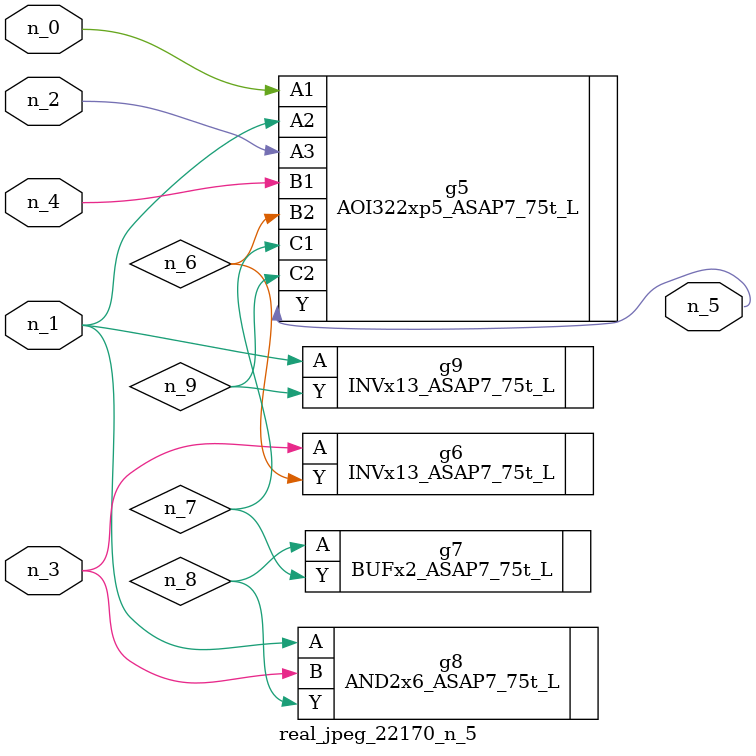
<source format=v>
module real_jpeg_22170_n_5 (n_4, n_0, n_1, n_2, n_3, n_5);

input n_4;
input n_0;
input n_1;
input n_2;
input n_3;

output n_5;

wire n_8;
wire n_6;
wire n_7;
wire n_9;

AOI322xp5_ASAP7_75t_L g5 ( 
.A1(n_0),
.A2(n_1),
.A3(n_2),
.B1(n_4),
.B2(n_6),
.C1(n_7),
.C2(n_9),
.Y(n_5)
);

AND2x6_ASAP7_75t_L g8 ( 
.A(n_1),
.B(n_3),
.Y(n_8)
);

INVx13_ASAP7_75t_L g9 ( 
.A(n_1),
.Y(n_9)
);

INVx13_ASAP7_75t_L g6 ( 
.A(n_3),
.Y(n_6)
);

BUFx2_ASAP7_75t_L g7 ( 
.A(n_8),
.Y(n_7)
);


endmodule
</source>
